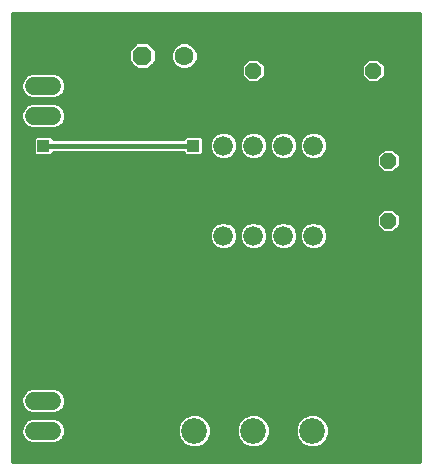
<source format=gbl>
G75*
%MOIN*%
%OFA0B0*%
%FSLAX25Y25*%
%IPPOS*%
%LPD*%
%AMOC8*
5,1,8,0,0,1.08239X$1,22.5*
%
%ADD10OC8,0.06300*%
%ADD11C,0.06300*%
%ADD12OC8,0.05200*%
%ADD13C,0.06600*%
%ADD14C,0.06000*%
%ADD15C,0.08600*%
%ADD16R,0.03962X0.03962*%
%ADD17C,0.01600*%
D10*
X0049800Y0180337D03*
D11*
X0063800Y0180337D03*
D12*
X0086800Y0175337D03*
X0126800Y0175337D03*
X0131800Y0145337D03*
X0131800Y0125337D03*
D13*
X0106800Y0120337D03*
X0096800Y0120337D03*
X0086800Y0120337D03*
X0076800Y0120337D03*
X0076800Y0150337D03*
X0086800Y0150337D03*
X0096800Y0150337D03*
X0106800Y0150337D03*
D14*
X0019800Y0160337D02*
X0013800Y0160337D01*
X0013800Y0170337D02*
X0019800Y0170337D01*
X0019800Y0065337D02*
X0013800Y0065337D01*
X0013800Y0055337D02*
X0019800Y0055337D01*
D15*
X0067115Y0055337D03*
X0086800Y0055337D03*
X0106485Y0055337D03*
D16*
X0066800Y0150337D03*
X0016800Y0150337D03*
D17*
X0006600Y0194238D02*
X0006600Y0045137D01*
X0141921Y0045137D01*
X0141921Y0194238D01*
X0006600Y0194238D01*
X0006600Y0193794D02*
X0141921Y0193794D01*
X0141921Y0192196D02*
X0006600Y0192196D01*
X0006600Y0190597D02*
X0141921Y0190597D01*
X0141921Y0188999D02*
X0006600Y0188999D01*
X0006600Y0187400D02*
X0141921Y0187400D01*
X0141921Y0185802D02*
X0006600Y0185802D01*
X0006600Y0184203D02*
X0046949Y0184203D01*
X0047832Y0185087D02*
X0045050Y0182305D01*
X0045050Y0178369D01*
X0047832Y0175587D01*
X0051768Y0175587D01*
X0054550Y0178369D01*
X0054550Y0182305D01*
X0051768Y0185087D01*
X0047832Y0185087D01*
X0045350Y0182605D02*
X0006600Y0182605D01*
X0006600Y0181006D02*
X0045050Y0181006D01*
X0045050Y0179407D02*
X0006600Y0179407D01*
X0006600Y0177809D02*
X0045611Y0177809D01*
X0047209Y0176210D02*
X0006600Y0176210D01*
X0006600Y0174612D02*
X0012100Y0174612D01*
X0012885Y0174937D02*
X0011194Y0174237D01*
X0009900Y0172943D01*
X0009200Y0171252D01*
X0009200Y0169422D01*
X0009900Y0167731D01*
X0011194Y0166437D01*
X0012885Y0165737D01*
X0020715Y0165737D01*
X0022406Y0166437D01*
X0023700Y0167731D01*
X0024400Y0169422D01*
X0024400Y0171252D01*
X0023700Y0172943D01*
X0022406Y0174237D01*
X0020715Y0174937D01*
X0012885Y0174937D01*
X0009971Y0173013D02*
X0006600Y0173013D01*
X0006600Y0171415D02*
X0009267Y0171415D01*
X0009200Y0169816D02*
X0006600Y0169816D01*
X0006600Y0168218D02*
X0009699Y0168218D01*
X0011012Y0166619D02*
X0006600Y0166619D01*
X0006600Y0165021D02*
X0141921Y0165021D01*
X0141921Y0166619D02*
X0022588Y0166619D01*
X0023901Y0168218D02*
X0141921Y0168218D01*
X0141921Y0169816D02*
X0024400Y0169816D01*
X0024333Y0171415D02*
X0084782Y0171415D01*
X0085060Y0171137D02*
X0088540Y0171137D01*
X0091000Y0173597D01*
X0091000Y0177077D01*
X0088540Y0179537D01*
X0085060Y0179537D01*
X0082600Y0177077D01*
X0082600Y0173597D01*
X0085060Y0171137D01*
X0083184Y0173013D02*
X0023629Y0173013D01*
X0021500Y0174612D02*
X0082600Y0174612D01*
X0082600Y0176210D02*
X0066250Y0176210D01*
X0066491Y0176310D02*
X0067827Y0177646D01*
X0068550Y0179392D01*
X0068550Y0181282D01*
X0067827Y0183028D01*
X0066491Y0184364D01*
X0064745Y0185087D01*
X0062855Y0185087D01*
X0061109Y0184364D01*
X0059773Y0183028D01*
X0059050Y0181282D01*
X0059050Y0179392D01*
X0059773Y0177646D01*
X0061109Y0176310D01*
X0062855Y0175587D01*
X0064745Y0175587D01*
X0066491Y0176310D01*
X0067894Y0177809D02*
X0083332Y0177809D01*
X0084931Y0179407D02*
X0068550Y0179407D01*
X0068550Y0181006D02*
X0141921Y0181006D01*
X0141921Y0179407D02*
X0128669Y0179407D01*
X0128540Y0179537D02*
X0125060Y0179537D01*
X0122600Y0177077D01*
X0122600Y0173597D01*
X0125060Y0171137D01*
X0128540Y0171137D01*
X0131000Y0173597D01*
X0131000Y0177077D01*
X0128540Y0179537D01*
X0130268Y0177809D02*
X0141921Y0177809D01*
X0141921Y0176210D02*
X0131000Y0176210D01*
X0131000Y0174612D02*
X0141921Y0174612D01*
X0141921Y0173013D02*
X0130416Y0173013D01*
X0128818Y0171415D02*
X0141921Y0171415D01*
X0141921Y0163422D02*
X0023220Y0163422D01*
X0023700Y0162943D02*
X0022406Y0164237D01*
X0020715Y0164937D01*
X0012885Y0164937D01*
X0011194Y0164237D01*
X0009900Y0162943D01*
X0009200Y0161252D01*
X0009200Y0159422D01*
X0009900Y0157731D01*
X0011194Y0156437D01*
X0012885Y0155737D01*
X0020715Y0155737D01*
X0022406Y0156437D01*
X0023700Y0157731D01*
X0024400Y0159422D01*
X0024400Y0161252D01*
X0023700Y0162943D01*
X0024163Y0161824D02*
X0141921Y0161824D01*
X0141921Y0160225D02*
X0024400Y0160225D01*
X0024071Y0158627D02*
X0141921Y0158627D01*
X0141921Y0157028D02*
X0022997Y0157028D01*
X0019531Y0153831D02*
X0064069Y0153831D01*
X0064156Y0153918D02*
X0063219Y0152981D01*
X0063219Y0152737D01*
X0020381Y0152737D01*
X0020381Y0152981D01*
X0019444Y0153918D01*
X0014156Y0153918D01*
X0013219Y0152981D01*
X0013219Y0147693D01*
X0014156Y0146756D01*
X0019444Y0146756D01*
X0020381Y0147693D01*
X0020381Y0147937D01*
X0063219Y0147937D01*
X0063219Y0147693D01*
X0064156Y0146756D01*
X0069444Y0146756D01*
X0070381Y0147693D01*
X0070381Y0152981D01*
X0069444Y0153918D01*
X0064156Y0153918D01*
X0066800Y0150337D02*
X0016800Y0150337D01*
X0020125Y0147437D02*
X0063475Y0147437D01*
X0069531Y0153831D02*
X0073365Y0153831D01*
X0074024Y0154491D02*
X0072646Y0153113D01*
X0071900Y0151312D01*
X0071900Y0149362D01*
X0072646Y0147561D01*
X0074024Y0146183D01*
X0075825Y0145437D01*
X0077775Y0145437D01*
X0079576Y0146183D01*
X0080954Y0147561D01*
X0081700Y0149362D01*
X0081700Y0151312D01*
X0080954Y0153113D01*
X0079576Y0154491D01*
X0077775Y0155237D01*
X0075825Y0155237D01*
X0074024Y0154491D01*
X0072282Y0152233D02*
X0070381Y0152233D01*
X0070381Y0150634D02*
X0071900Y0150634D01*
X0072035Y0149036D02*
X0070381Y0149036D01*
X0070125Y0147437D02*
X0072770Y0147437D01*
X0074855Y0145839D02*
X0006600Y0145839D01*
X0006600Y0147437D02*
X0013475Y0147437D01*
X0013219Y0149036D02*
X0006600Y0149036D01*
X0006600Y0150634D02*
X0013219Y0150634D01*
X0013219Y0152233D02*
X0006600Y0152233D01*
X0006600Y0153831D02*
X0014069Y0153831D01*
X0010603Y0157028D02*
X0006600Y0157028D01*
X0006600Y0155430D02*
X0141921Y0155430D01*
X0141921Y0153831D02*
X0110235Y0153831D01*
X0109576Y0154491D02*
X0110954Y0153113D01*
X0111700Y0151312D01*
X0111700Y0149362D01*
X0110954Y0147561D01*
X0109576Y0146183D01*
X0107775Y0145437D01*
X0105825Y0145437D01*
X0104024Y0146183D01*
X0102646Y0147561D01*
X0101900Y0149362D01*
X0101900Y0151312D01*
X0102646Y0153113D01*
X0104024Y0154491D01*
X0105825Y0155237D01*
X0107775Y0155237D01*
X0109576Y0154491D01*
X0111318Y0152233D02*
X0141921Y0152233D01*
X0141921Y0150634D02*
X0111700Y0150634D01*
X0111565Y0149036D02*
X0129559Y0149036D01*
X0130060Y0149537D02*
X0127600Y0147077D01*
X0127600Y0143597D01*
X0130060Y0141137D01*
X0133540Y0141137D01*
X0136000Y0143597D01*
X0136000Y0147077D01*
X0133540Y0149537D01*
X0130060Y0149537D01*
X0127961Y0147437D02*
X0110830Y0147437D01*
X0108745Y0145839D02*
X0127600Y0145839D01*
X0127600Y0144240D02*
X0006600Y0144240D01*
X0006600Y0142642D02*
X0128556Y0142642D01*
X0135044Y0142642D02*
X0141921Y0142642D01*
X0141921Y0144240D02*
X0136000Y0144240D01*
X0136000Y0145839D02*
X0141921Y0145839D01*
X0141921Y0147437D02*
X0135639Y0147437D01*
X0134041Y0149036D02*
X0141921Y0149036D01*
X0141921Y0141043D02*
X0006600Y0141043D01*
X0006600Y0139445D02*
X0141921Y0139445D01*
X0141921Y0137846D02*
X0006600Y0137846D01*
X0006600Y0136248D02*
X0141921Y0136248D01*
X0141921Y0134649D02*
X0006600Y0134649D01*
X0006600Y0133051D02*
X0141921Y0133051D01*
X0141921Y0131452D02*
X0006600Y0131452D01*
X0006600Y0129854D02*
X0141921Y0129854D01*
X0141921Y0128255D02*
X0134822Y0128255D01*
X0136000Y0127077D02*
X0133540Y0129537D01*
X0130060Y0129537D01*
X0127600Y0127077D01*
X0127600Y0123597D01*
X0130060Y0121137D01*
X0133540Y0121137D01*
X0136000Y0123597D01*
X0136000Y0127077D01*
X0136000Y0126657D02*
X0141921Y0126657D01*
X0141921Y0125058D02*
X0136000Y0125058D01*
X0135862Y0123460D02*
X0141921Y0123460D01*
X0141921Y0121861D02*
X0134264Y0121861D01*
X0129336Y0121861D02*
X0111472Y0121861D01*
X0111700Y0121312D02*
X0110954Y0123113D01*
X0109576Y0124491D01*
X0107775Y0125237D01*
X0105825Y0125237D01*
X0104024Y0124491D01*
X0102646Y0123113D01*
X0101900Y0121312D01*
X0101900Y0119362D01*
X0102646Y0117561D01*
X0104024Y0116183D01*
X0105825Y0115437D01*
X0107775Y0115437D01*
X0109576Y0116183D01*
X0110954Y0117561D01*
X0111700Y0119362D01*
X0111700Y0121312D01*
X0111700Y0120263D02*
X0141921Y0120263D01*
X0141921Y0118664D02*
X0111411Y0118664D01*
X0110458Y0117066D02*
X0141921Y0117066D01*
X0141921Y0115467D02*
X0107847Y0115467D01*
X0105753Y0115467D02*
X0097847Y0115467D01*
X0097775Y0115437D02*
X0099576Y0116183D01*
X0100954Y0117561D01*
X0101700Y0119362D01*
X0101700Y0121312D01*
X0100954Y0123113D01*
X0099576Y0124491D01*
X0097775Y0125237D01*
X0095825Y0125237D01*
X0094024Y0124491D01*
X0092646Y0123113D01*
X0091900Y0121312D01*
X0091900Y0119362D01*
X0092646Y0117561D01*
X0094024Y0116183D01*
X0095825Y0115437D01*
X0097775Y0115437D01*
X0095753Y0115467D02*
X0087847Y0115467D01*
X0087775Y0115437D02*
X0089576Y0116183D01*
X0090954Y0117561D01*
X0091700Y0119362D01*
X0091700Y0121312D01*
X0090954Y0123113D01*
X0089576Y0124491D01*
X0087775Y0125237D01*
X0085825Y0125237D01*
X0084024Y0124491D01*
X0082646Y0123113D01*
X0081900Y0121312D01*
X0081900Y0119362D01*
X0082646Y0117561D01*
X0084024Y0116183D01*
X0085825Y0115437D01*
X0087775Y0115437D01*
X0090458Y0117066D02*
X0093142Y0117066D01*
X0092189Y0118664D02*
X0091411Y0118664D01*
X0091700Y0120263D02*
X0091900Y0120263D01*
X0092128Y0121861D02*
X0091472Y0121861D01*
X0090607Y0123460D02*
X0092993Y0123460D01*
X0095393Y0125058D02*
X0088207Y0125058D01*
X0085393Y0125058D02*
X0078207Y0125058D01*
X0077775Y0125237D02*
X0075825Y0125237D01*
X0074024Y0124491D01*
X0072646Y0123113D01*
X0071900Y0121312D01*
X0071900Y0119362D01*
X0072646Y0117561D01*
X0074024Y0116183D01*
X0075825Y0115437D01*
X0077775Y0115437D01*
X0079576Y0116183D01*
X0080954Y0117561D01*
X0081700Y0119362D01*
X0081700Y0121312D01*
X0080954Y0123113D01*
X0079576Y0124491D01*
X0077775Y0125237D01*
X0075393Y0125058D02*
X0006600Y0125058D01*
X0006600Y0123460D02*
X0072993Y0123460D01*
X0072128Y0121861D02*
X0006600Y0121861D01*
X0006600Y0120263D02*
X0071900Y0120263D01*
X0072189Y0118664D02*
X0006600Y0118664D01*
X0006600Y0117066D02*
X0073142Y0117066D01*
X0075753Y0115467D02*
X0006600Y0115467D01*
X0006600Y0113869D02*
X0141921Y0113869D01*
X0141921Y0112270D02*
X0006600Y0112270D01*
X0006600Y0110672D02*
X0141921Y0110672D01*
X0141921Y0109073D02*
X0006600Y0109073D01*
X0006600Y0107474D02*
X0141921Y0107474D01*
X0141921Y0105876D02*
X0006600Y0105876D01*
X0006600Y0104277D02*
X0141921Y0104277D01*
X0141921Y0102679D02*
X0006600Y0102679D01*
X0006600Y0101080D02*
X0141921Y0101080D01*
X0141921Y0099482D02*
X0006600Y0099482D01*
X0006600Y0097883D02*
X0141921Y0097883D01*
X0141921Y0096285D02*
X0006600Y0096285D01*
X0006600Y0094686D02*
X0141921Y0094686D01*
X0141921Y0093088D02*
X0006600Y0093088D01*
X0006600Y0091489D02*
X0141921Y0091489D01*
X0141921Y0089891D02*
X0006600Y0089891D01*
X0006600Y0088292D02*
X0141921Y0088292D01*
X0141921Y0086694D02*
X0006600Y0086694D01*
X0006600Y0085095D02*
X0141921Y0085095D01*
X0141921Y0083497D02*
X0006600Y0083497D01*
X0006600Y0081898D02*
X0141921Y0081898D01*
X0141921Y0080300D02*
X0006600Y0080300D01*
X0006600Y0078701D02*
X0141921Y0078701D01*
X0141921Y0077103D02*
X0006600Y0077103D01*
X0006600Y0075504D02*
X0141921Y0075504D01*
X0141921Y0073906D02*
X0006600Y0073906D01*
X0006600Y0072307D02*
X0141921Y0072307D01*
X0141921Y0070709D02*
X0006600Y0070709D01*
X0006600Y0069110D02*
X0011068Y0069110D01*
X0011194Y0069237D02*
X0009900Y0067943D01*
X0009200Y0066252D01*
X0009200Y0064422D01*
X0009900Y0062731D01*
X0011194Y0061437D01*
X0012885Y0060737D01*
X0020715Y0060737D01*
X0022406Y0061437D01*
X0023700Y0062731D01*
X0024400Y0064422D01*
X0024400Y0066252D01*
X0023700Y0067943D01*
X0022406Y0069237D01*
X0020715Y0069937D01*
X0012885Y0069937D01*
X0011194Y0069237D01*
X0009722Y0067512D02*
X0006600Y0067512D01*
X0006600Y0065913D02*
X0009200Y0065913D01*
X0009244Y0064315D02*
X0006600Y0064315D01*
X0006600Y0062716D02*
X0009915Y0062716D01*
X0011966Y0061118D02*
X0006600Y0061118D01*
X0006600Y0059519D02*
X0011876Y0059519D01*
X0011194Y0059237D02*
X0009900Y0057943D01*
X0009200Y0056252D01*
X0009200Y0054422D01*
X0009900Y0052731D01*
X0011194Y0051437D01*
X0012885Y0050737D01*
X0020715Y0050737D01*
X0022406Y0051437D01*
X0023700Y0052731D01*
X0024400Y0054422D01*
X0024400Y0056252D01*
X0023700Y0057943D01*
X0022406Y0059237D01*
X0020715Y0059937D01*
X0012885Y0059937D01*
X0011194Y0059237D01*
X0009891Y0057921D02*
X0006600Y0057921D01*
X0006600Y0056322D02*
X0009229Y0056322D01*
X0009200Y0054724D02*
X0006600Y0054724D01*
X0006600Y0053125D02*
X0009737Y0053125D01*
X0011105Y0051527D02*
X0006600Y0051527D01*
X0006600Y0049928D02*
X0064756Y0049928D01*
X0063773Y0050335D02*
X0065941Y0049437D01*
X0068289Y0049437D01*
X0070457Y0050335D01*
X0072117Y0051995D01*
X0073015Y0054163D01*
X0073015Y0056511D01*
X0072117Y0058679D01*
X0070457Y0060339D01*
X0068289Y0061237D01*
X0065941Y0061237D01*
X0063773Y0060339D01*
X0062113Y0058679D01*
X0061215Y0056511D01*
X0061215Y0054163D01*
X0062113Y0051995D01*
X0063773Y0050335D01*
X0062582Y0051527D02*
X0022495Y0051527D01*
X0023863Y0053125D02*
X0061645Y0053125D01*
X0061215Y0054724D02*
X0024400Y0054724D01*
X0024371Y0056322D02*
X0061215Y0056322D01*
X0061799Y0057921D02*
X0023709Y0057921D01*
X0021724Y0059519D02*
X0062953Y0059519D01*
X0065653Y0061118D02*
X0021634Y0061118D01*
X0023685Y0062716D02*
X0141921Y0062716D01*
X0141921Y0061118D02*
X0107947Y0061118D01*
X0107659Y0061237D02*
X0105311Y0061237D01*
X0103143Y0060339D01*
X0101483Y0058679D01*
X0100585Y0056511D01*
X0100585Y0054163D01*
X0101483Y0051995D01*
X0103143Y0050335D01*
X0105311Y0049437D01*
X0107659Y0049437D01*
X0109827Y0050335D01*
X0111487Y0051995D01*
X0112385Y0054163D01*
X0112385Y0056511D01*
X0111487Y0058679D01*
X0109827Y0060339D01*
X0107659Y0061237D01*
X0105023Y0061118D02*
X0088262Y0061118D01*
X0087974Y0061237D02*
X0085626Y0061237D01*
X0083458Y0060339D01*
X0081798Y0058679D01*
X0080900Y0056511D01*
X0080900Y0054163D01*
X0081798Y0051995D01*
X0083458Y0050335D01*
X0085626Y0049437D01*
X0087974Y0049437D01*
X0090142Y0050335D01*
X0091802Y0051995D01*
X0092700Y0054163D01*
X0092700Y0056511D01*
X0091802Y0058679D01*
X0090142Y0060339D01*
X0087974Y0061237D01*
X0085338Y0061118D02*
X0068577Y0061118D01*
X0071277Y0059519D02*
X0082638Y0059519D01*
X0081484Y0057921D02*
X0072431Y0057921D01*
X0073015Y0056322D02*
X0080900Y0056322D01*
X0080900Y0054724D02*
X0073015Y0054724D01*
X0072585Y0053125D02*
X0081330Y0053125D01*
X0082267Y0051527D02*
X0071648Y0051527D01*
X0069474Y0049928D02*
X0084441Y0049928D01*
X0089159Y0049928D02*
X0104126Y0049928D01*
X0101952Y0051527D02*
X0091333Y0051527D01*
X0092270Y0053125D02*
X0101015Y0053125D01*
X0100585Y0054724D02*
X0092700Y0054724D01*
X0092700Y0056322D02*
X0100585Y0056322D01*
X0101169Y0057921D02*
X0092116Y0057921D01*
X0090962Y0059519D02*
X0102323Y0059519D01*
X0108844Y0049928D02*
X0141921Y0049928D01*
X0141921Y0048330D02*
X0006600Y0048330D01*
X0006600Y0046731D02*
X0141921Y0046731D01*
X0141921Y0051527D02*
X0111018Y0051527D01*
X0111955Y0053125D02*
X0141921Y0053125D01*
X0141921Y0054724D02*
X0112385Y0054724D01*
X0112385Y0056322D02*
X0141921Y0056322D01*
X0141921Y0057921D02*
X0111801Y0057921D01*
X0110647Y0059519D02*
X0141921Y0059519D01*
X0141921Y0064315D02*
X0024356Y0064315D01*
X0024400Y0065913D02*
X0141921Y0065913D01*
X0141921Y0067512D02*
X0023878Y0067512D01*
X0022532Y0069110D02*
X0141921Y0069110D01*
X0103142Y0117066D02*
X0100458Y0117066D01*
X0101411Y0118664D02*
X0102189Y0118664D01*
X0101900Y0120263D02*
X0101700Y0120263D01*
X0101472Y0121861D02*
X0102128Y0121861D01*
X0102993Y0123460D02*
X0100607Y0123460D01*
X0098207Y0125058D02*
X0105393Y0125058D01*
X0108207Y0125058D02*
X0127600Y0125058D01*
X0127600Y0126657D02*
X0006600Y0126657D01*
X0006600Y0128255D02*
X0128778Y0128255D01*
X0127738Y0123460D02*
X0110607Y0123460D01*
X0099576Y0146183D02*
X0097775Y0145437D01*
X0095825Y0145437D01*
X0094024Y0146183D01*
X0092646Y0147561D01*
X0091900Y0149362D01*
X0091900Y0151312D01*
X0092646Y0153113D01*
X0094024Y0154491D01*
X0095825Y0155237D01*
X0097775Y0155237D01*
X0099576Y0154491D01*
X0100954Y0153113D01*
X0101700Y0151312D01*
X0101700Y0149362D01*
X0100954Y0147561D01*
X0099576Y0146183D01*
X0098745Y0145839D02*
X0104855Y0145839D01*
X0102770Y0147437D02*
X0100830Y0147437D01*
X0101565Y0149036D02*
X0102035Y0149036D01*
X0101900Y0150634D02*
X0101700Y0150634D01*
X0101318Y0152233D02*
X0102282Y0152233D01*
X0103365Y0153831D02*
X0100235Y0153831D01*
X0094855Y0145839D02*
X0088745Y0145839D01*
X0089576Y0146183D02*
X0087775Y0145437D01*
X0085825Y0145437D01*
X0084024Y0146183D01*
X0082646Y0147561D01*
X0081900Y0149362D01*
X0081900Y0151312D01*
X0082646Y0153113D01*
X0084024Y0154491D01*
X0085825Y0155237D01*
X0087775Y0155237D01*
X0089576Y0154491D01*
X0090954Y0153113D01*
X0091700Y0151312D01*
X0091700Y0149362D01*
X0090954Y0147561D01*
X0089576Y0146183D01*
X0090830Y0147437D02*
X0092770Y0147437D01*
X0092035Y0149036D02*
X0091565Y0149036D01*
X0091700Y0150634D02*
X0091900Y0150634D01*
X0092282Y0152233D02*
X0091318Y0152233D01*
X0090235Y0153831D02*
X0093365Y0153831D01*
X0084855Y0145839D02*
X0078745Y0145839D01*
X0080830Y0147437D02*
X0082770Y0147437D01*
X0082035Y0149036D02*
X0081565Y0149036D01*
X0081700Y0150634D02*
X0081900Y0150634D01*
X0082282Y0152233D02*
X0081318Y0152233D01*
X0080235Y0153831D02*
X0083365Y0153831D01*
X0088818Y0171415D02*
X0124782Y0171415D01*
X0123184Y0173013D02*
X0090416Y0173013D01*
X0091000Y0174612D02*
X0122600Y0174612D01*
X0122600Y0176210D02*
X0091000Y0176210D01*
X0090268Y0177809D02*
X0123332Y0177809D01*
X0124931Y0179407D02*
X0088669Y0179407D01*
X0068002Y0182605D02*
X0141921Y0182605D01*
X0141921Y0184203D02*
X0066651Y0184203D01*
X0060949Y0184203D02*
X0052651Y0184203D01*
X0054250Y0182605D02*
X0059598Y0182605D01*
X0059050Y0181006D02*
X0054550Y0181006D01*
X0054550Y0179407D02*
X0059050Y0179407D01*
X0059706Y0177809D02*
X0053989Y0177809D01*
X0052391Y0176210D02*
X0061350Y0176210D01*
X0080607Y0123460D02*
X0082993Y0123460D01*
X0082128Y0121861D02*
X0081472Y0121861D01*
X0081700Y0120263D02*
X0081900Y0120263D01*
X0082189Y0118664D02*
X0081411Y0118664D01*
X0080458Y0117066D02*
X0083142Y0117066D01*
X0085753Y0115467D02*
X0077847Y0115467D01*
X0009529Y0158627D02*
X0006600Y0158627D01*
X0006600Y0160225D02*
X0009200Y0160225D01*
X0009437Y0161824D02*
X0006600Y0161824D01*
X0006600Y0163422D02*
X0010380Y0163422D01*
M02*

</source>
